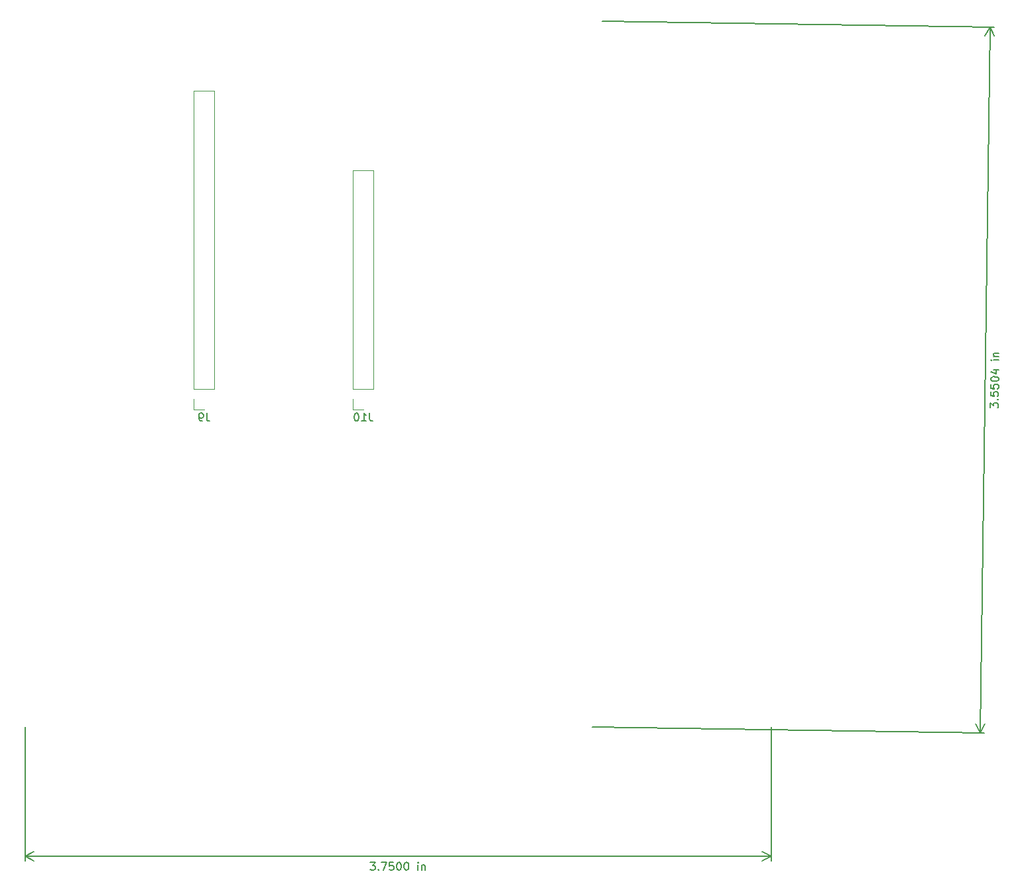
<source format=gbr>
G04 #@! TF.GenerationSoftware,KiCad,Pcbnew,(5.1.4)-1*
G04 #@! TF.CreationDate,2020-01-26T21:52:07-05:00*
G04 #@! TF.ProjectId,CameraTrigger,43616d65-7261-4547-9269-676765722e6b,rev?*
G04 #@! TF.SameCoordinates,Original*
G04 #@! TF.FileFunction,Legend,Bot*
G04 #@! TF.FilePolarity,Positive*
%FSLAX46Y46*%
G04 Gerber Fmt 4.6, Leading zero omitted, Abs format (unit mm)*
G04 Created by KiCad (PCBNEW (5.1.4)-1) date 2020-01-26 21:52:07*
%MOMM*%
%LPD*%
G04 APERTURE LIST*
%ADD10C,0.150000*%
%ADD11C,0.120000*%
G04 APERTURE END LIST*
D10*
X60587380Y-120132380D02*
X61206428Y-120132380D01*
X60873095Y-120513333D01*
X61015952Y-120513333D01*
X61111190Y-120560952D01*
X61158809Y-120608571D01*
X61206428Y-120703809D01*
X61206428Y-120941904D01*
X61158809Y-121037142D01*
X61111190Y-121084761D01*
X61015952Y-121132380D01*
X60730238Y-121132380D01*
X60635000Y-121084761D01*
X60587380Y-121037142D01*
X61635000Y-121037142D02*
X61682619Y-121084761D01*
X61635000Y-121132380D01*
X61587380Y-121084761D01*
X61635000Y-121037142D01*
X61635000Y-121132380D01*
X62015952Y-120132380D02*
X62682619Y-120132380D01*
X62254047Y-121132380D01*
X63539761Y-120132380D02*
X63063571Y-120132380D01*
X63015952Y-120608571D01*
X63063571Y-120560952D01*
X63158809Y-120513333D01*
X63396904Y-120513333D01*
X63492142Y-120560952D01*
X63539761Y-120608571D01*
X63587380Y-120703809D01*
X63587380Y-120941904D01*
X63539761Y-121037142D01*
X63492142Y-121084761D01*
X63396904Y-121132380D01*
X63158809Y-121132380D01*
X63063571Y-121084761D01*
X63015952Y-121037142D01*
X64206428Y-120132380D02*
X64301666Y-120132380D01*
X64396904Y-120180000D01*
X64444523Y-120227619D01*
X64492142Y-120322857D01*
X64539761Y-120513333D01*
X64539761Y-120751428D01*
X64492142Y-120941904D01*
X64444523Y-121037142D01*
X64396904Y-121084761D01*
X64301666Y-121132380D01*
X64206428Y-121132380D01*
X64111190Y-121084761D01*
X64063571Y-121037142D01*
X64015952Y-120941904D01*
X63968333Y-120751428D01*
X63968333Y-120513333D01*
X64015952Y-120322857D01*
X64063571Y-120227619D01*
X64111190Y-120180000D01*
X64206428Y-120132380D01*
X65158809Y-120132380D02*
X65254047Y-120132380D01*
X65349285Y-120180000D01*
X65396904Y-120227619D01*
X65444523Y-120322857D01*
X65492142Y-120513333D01*
X65492142Y-120751428D01*
X65444523Y-120941904D01*
X65396904Y-121037142D01*
X65349285Y-121084761D01*
X65254047Y-121132380D01*
X65158809Y-121132380D01*
X65063571Y-121084761D01*
X65015952Y-121037142D01*
X64968333Y-120941904D01*
X64920714Y-120751428D01*
X64920714Y-120513333D01*
X64968333Y-120322857D01*
X65015952Y-120227619D01*
X65063571Y-120180000D01*
X65158809Y-120132380D01*
X66682619Y-121132380D02*
X66682619Y-120465714D01*
X66682619Y-120132380D02*
X66635000Y-120180000D01*
X66682619Y-120227619D01*
X66730238Y-120180000D01*
X66682619Y-120132380D01*
X66682619Y-120227619D01*
X67158809Y-120465714D02*
X67158809Y-121132380D01*
X67158809Y-120560952D02*
X67206428Y-120513333D01*
X67301666Y-120465714D01*
X67444523Y-120465714D01*
X67539761Y-120513333D01*
X67587380Y-120608571D01*
X67587380Y-121132380D01*
X111760000Y-119380000D02*
X16510000Y-119380000D01*
X111760000Y-102870000D02*
X111760000Y-119966421D01*
X16510000Y-102870000D02*
X16510000Y-119966421D01*
X16510000Y-119380000D02*
X17636504Y-118793579D01*
X16510000Y-119380000D02*
X17636504Y-119966421D01*
X111760000Y-119380000D02*
X110633496Y-118793579D01*
X111760000Y-119380000D02*
X110633496Y-119966421D01*
X139757521Y-62040330D02*
X139766239Y-61421343D01*
X140142460Y-61760009D01*
X140144471Y-61617166D01*
X140193427Y-61522608D01*
X140241712Y-61475664D01*
X140337611Y-61429391D01*
X140575683Y-61432744D01*
X140670241Y-61481700D01*
X140717185Y-61529984D01*
X140763458Y-61625884D01*
X140759434Y-61911570D01*
X140710478Y-62006128D01*
X140662193Y-62053071D01*
X140676947Y-61005556D02*
X140725232Y-60958613D01*
X140772176Y-61006898D01*
X140723891Y-61053841D01*
X140676947Y-61005556D01*
X140772176Y-61006898D01*
X139785687Y-60040528D02*
X139778981Y-60516671D01*
X140254454Y-60570992D01*
X140207510Y-60522707D01*
X140161237Y-60426807D01*
X140164590Y-60188736D01*
X140213546Y-60094178D01*
X140261831Y-60047234D01*
X140357730Y-60000961D01*
X140595802Y-60004314D01*
X140690360Y-60053270D01*
X140737303Y-60101555D01*
X140783576Y-60197454D01*
X140780223Y-60435526D01*
X140731268Y-60530084D01*
X140682983Y-60577027D01*
X139799100Y-59088241D02*
X139792394Y-59564385D01*
X140267866Y-59618705D01*
X140220923Y-59570420D01*
X140174650Y-59474521D01*
X140178003Y-59236449D01*
X140226958Y-59141891D01*
X140275243Y-59094948D01*
X140371142Y-59048675D01*
X140609214Y-59052028D01*
X140703772Y-59100983D01*
X140750716Y-59149268D01*
X140796989Y-59245167D01*
X140793636Y-59483239D01*
X140744680Y-59577797D01*
X140696395Y-59624741D01*
X139808489Y-58421641D02*
X139809830Y-58326412D01*
X139858786Y-58231854D01*
X139907070Y-58184910D01*
X140002970Y-58138637D01*
X140194098Y-58093706D01*
X140432169Y-58097059D01*
X140621956Y-58147355D01*
X140716514Y-58196311D01*
X140763458Y-58244596D01*
X140809731Y-58340495D01*
X140808390Y-58435724D01*
X140759434Y-58530282D01*
X140711149Y-58577226D01*
X140615250Y-58623499D01*
X140424122Y-58668431D01*
X140186050Y-58665077D01*
X139996264Y-58614781D01*
X139901705Y-58565825D01*
X139854762Y-58517540D01*
X139808489Y-58421641D01*
X140158555Y-57235977D02*
X140825155Y-57245366D01*
X139774287Y-57468684D02*
X140485149Y-57716815D01*
X140493867Y-57097828D01*
X140843262Y-55959779D02*
X140176661Y-55950390D01*
X139843361Y-55945696D02*
X139890305Y-55993981D01*
X139938590Y-55947037D01*
X139891646Y-55898752D01*
X139843361Y-55945696D01*
X139938590Y-55947037D01*
X140183368Y-55474247D02*
X140849968Y-55483636D01*
X140278596Y-55475588D02*
X140231653Y-55427303D01*
X140185380Y-55331404D01*
X140187391Y-55188561D01*
X140236347Y-55094003D01*
X140332246Y-55047730D01*
X140856004Y-55055107D01*
X139690177Y-13397467D02*
X138420177Y-103567467D01*
X90170000Y-12700000D02*
X140276539Y-13405726D01*
X88900000Y-102870000D02*
X139006539Y-103575726D01*
X138420177Y-103567467D02*
X137849679Y-102432816D01*
X138420177Y-103567467D02*
X139022404Y-102449334D01*
X139690177Y-13397467D02*
X139087950Y-14515600D01*
X139690177Y-13397467D02*
X140260675Y-14532118D01*
D11*
X38040000Y-62290000D02*
X39370000Y-62290000D01*
X38040000Y-60960000D02*
X38040000Y-62290000D01*
X38040000Y-59690000D02*
X40700000Y-59690000D01*
X40700000Y-59690000D02*
X40700000Y-21530000D01*
X38040000Y-59690000D02*
X38040000Y-21530000D01*
X38040000Y-21530000D02*
X40700000Y-21530000D01*
X58360000Y-62290000D02*
X59690000Y-62290000D01*
X58360000Y-60960000D02*
X58360000Y-62290000D01*
X58360000Y-59690000D02*
X61020000Y-59690000D01*
X61020000Y-59690000D02*
X61020000Y-31690000D01*
X58360000Y-59690000D02*
X58360000Y-31690000D01*
X58360000Y-31690000D02*
X61020000Y-31690000D01*
D10*
X39703333Y-62742380D02*
X39703333Y-63456666D01*
X39750952Y-63599523D01*
X39846190Y-63694761D01*
X39989047Y-63742380D01*
X40084285Y-63742380D01*
X39179523Y-63742380D02*
X38989047Y-63742380D01*
X38893809Y-63694761D01*
X38846190Y-63647142D01*
X38750952Y-63504285D01*
X38703333Y-63313809D01*
X38703333Y-62932857D01*
X38750952Y-62837619D01*
X38798571Y-62790000D01*
X38893809Y-62742380D01*
X39084285Y-62742380D01*
X39179523Y-62790000D01*
X39227142Y-62837619D01*
X39274761Y-62932857D01*
X39274761Y-63170952D01*
X39227142Y-63266190D01*
X39179523Y-63313809D01*
X39084285Y-63361428D01*
X38893809Y-63361428D01*
X38798571Y-63313809D01*
X38750952Y-63266190D01*
X38703333Y-63170952D01*
X60499523Y-62742380D02*
X60499523Y-63456666D01*
X60547142Y-63599523D01*
X60642380Y-63694761D01*
X60785238Y-63742380D01*
X60880476Y-63742380D01*
X59499523Y-63742380D02*
X60070952Y-63742380D01*
X59785238Y-63742380D02*
X59785238Y-62742380D01*
X59880476Y-62885238D01*
X59975714Y-62980476D01*
X60070952Y-63028095D01*
X58880476Y-62742380D02*
X58785238Y-62742380D01*
X58690000Y-62790000D01*
X58642380Y-62837619D01*
X58594761Y-62932857D01*
X58547142Y-63123333D01*
X58547142Y-63361428D01*
X58594761Y-63551904D01*
X58642380Y-63647142D01*
X58690000Y-63694761D01*
X58785238Y-63742380D01*
X58880476Y-63742380D01*
X58975714Y-63694761D01*
X59023333Y-63647142D01*
X59070952Y-63551904D01*
X59118571Y-63361428D01*
X59118571Y-63123333D01*
X59070952Y-62932857D01*
X59023333Y-62837619D01*
X58975714Y-62790000D01*
X58880476Y-62742380D01*
M02*

</source>
